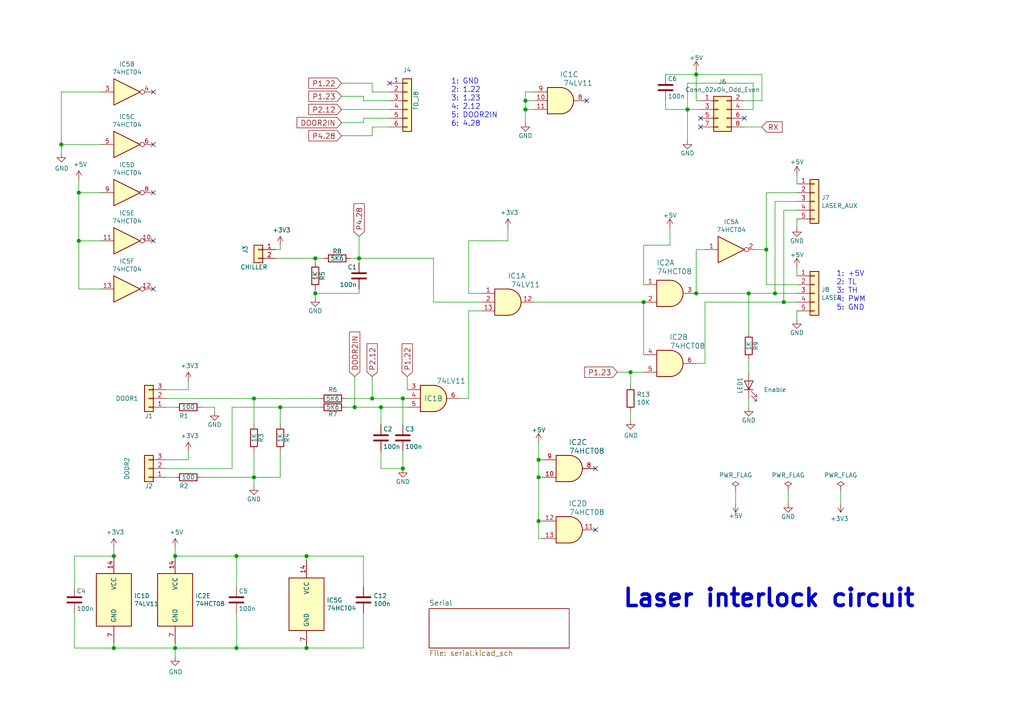
<source format=kicad_sch>
(kicad_sch (version 20210615) (generator eeschema)
  (paper "A4")
  (lib_symbols
    (symbol "74xx:74HCT04" (pin_names (offset 1.016))
      (property "Reference" "U" (at 0 1.27 0))
      (property "Value" "74HCT04" (at 0 -1.27 0))
      (symbol "74HCT04_1_0"
        (polyline (pts (xy -3.81 3.81) (xy -3.81 -3.81) (xy 3.81 0) (xy -3.81 3.81)) (stroke (width 0.254)) (fill (type background)))
        (pin input line (at -7.62 0 0) (length 3.81) (name "~") (number "1"))
        (pin output inverted (at 7.62 0 180) (length 3.81) (name "~") (number "2"))
      )
      (symbol "74HCT04_2_0"
        (polyline (pts (xy -3.81 3.81) (xy -3.81 -3.81) (xy 3.81 0) (xy -3.81 3.81)) (stroke (width 0.254)) (fill (type background)))
        (pin input line (at -7.62 0 0) (length 3.81) (name "~") (number "3"))
        (pin output inverted (at 7.62 0 180) (length 3.81) (name "~") (number "4"))
      )
      (symbol "74HCT04_3_0"
        (polyline (pts (xy -3.81 3.81) (xy -3.81 -3.81) (xy 3.81 0) (xy -3.81 3.81)) (stroke (width 0.254)) (fill (type background)))
        (pin input line (at -7.62 0 0) (length 3.81) (name "~") (number "5"))
        (pin output inverted (at 7.62 0 180) (length 3.81) (name "~") (number "6"))
      )
      (symbol "74HCT04_4_0"
        (polyline (pts (xy -3.81 3.81) (xy -3.81 -3.81) (xy 3.81 0) (xy -3.81 3.81)) (stroke (width 0.254)) (fill (type background)))
        (pin output inverted (at 7.62 0 180) (length 3.81) (name "~") (number "8"))
        (pin input line (at -7.62 0 0) (length 3.81) (name "~") (number "9"))
      )
      (symbol "74HCT04_5_0"
        (polyline (pts (xy -3.81 3.81) (xy -3.81 -3.81) (xy 3.81 0) (xy -3.81 3.81)) (stroke (width 0.254)) (fill (type background)))
        (pin output inverted (at 7.62 0 180) (length 3.81) (name "~") (number "10"))
        (pin input line (at -7.62 0 0) (length 3.81) (name "~") (number "11"))
      )
      (symbol "74HCT04_6_0"
        (polyline (pts (xy -3.81 3.81) (xy -3.81 -3.81) (xy 3.81 0) (xy -3.81 3.81)) (stroke (width 0.254)) (fill (type background)))
        (pin output inverted (at 7.62 0 180) (length 3.81) (name "~") (number "12"))
        (pin input line (at -7.62 0 0) (length 3.81) (name "~") (number "13"))
      )
      (symbol "74HCT04_7_0"
        (pin power_in line (at 0 12.7 270) (length 5.08) (name "VCC") (number "14"))
        (pin power_in line (at 0 -12.7 90) (length 5.08) (name "GND") (number "7"))
      )
      (symbol "74HCT04_7_1"
        (rectangle (start -5.08 7.62) (end 5.08 -7.62) (stroke (width 0.254)) (fill (type background)))
      )
    )
    (symbol "74xx:74LS08" (pin_names (offset 1.016))
      (property "Reference" "U" (at 0 1.27 0))
      (property "Value" "74LS08" (at 0 -1.27 0))
      (symbol "74LS08_1_1"
        (arc (start 0 -3.81) (end 0 3.81) (radius (at 0 0) (length 3.81) (angles -89.9 89.9)) (stroke (width 0.254)) (fill (type background)))
        (polyline (pts (xy 0 3.81) (xy -3.81 3.81) (xy -3.81 -3.81) (xy 0 -3.81)) (stroke (width 0.254)) (fill (type background)))
        (pin input line (at -7.62 2.54 0) (length 3.81) (name "~") (number "1"))
        (pin input line (at -7.62 -2.54 0) (length 3.81) (name "~") (number "2"))
        (pin output line (at 7.62 0 180) (length 3.81) (name "~") (number "3"))
      )
      (symbol "74LS08_1_2"
        (arc (start -3.81 3.81) (end -3.81 -3.81) (radius (at -9.144 0) (length 6.5532) (angles 35.4 -35.4)) (stroke (width 0.254)))
        (arc (start 3.81 0) (end -0.6096 3.81) (radius (at -1.1938 -1.3208) (length 5.1816) (angles 15 83.7)) (stroke (width 0.254)) (fill (type background)))
        (arc (start 3.81 0) (end -0.6096 -3.81) (radius (at -1.1938 1.3208) (length 5.1816) (angles -15 -83.7)) (stroke (width 0.254)) (fill (type background)))
        (polyline (pts (xy -3.81 -3.81) (xy -0.635 -3.81)) (stroke (width 0.254)) (fill (type background)))
        (polyline (pts (xy -3.81 3.81) (xy -0.635 3.81)) (stroke (width 0.254)) (fill (type background)))
        (polyline (pts (xy -0.635 3.81) (xy -3.81 3.81) (xy -3.81 3.81) (xy -3.556 3.4036) (xy -3.0226 2.2606) (xy -2.6924 1.0414) (xy -2.6162 -0.254) (xy -2.7686 -1.4986) (xy -3.175 -2.7178) (xy -3.81 -3.81) (xy -3.81 -3.81) (xy -0.635 -3.81)) (stroke (width -25.4)) (fill (type background)))
        (pin input inverted (at -7.62 2.54 0) (length 4.318) (name "~") (number "1"))
        (pin input inverted (at -7.62 -2.54 0) (length 4.318) (name "~") (number "2"))
        (pin output inverted (at 7.62 0 180) (length 3.81) (name "~") (number "3"))
      )
      (symbol "74LS08_2_1"
        (arc (start 0 -3.81) (end 0 3.81) (radius (at 0 0) (length 3.81) (angles -89.9 89.9)) (stroke (width 0.254)) (fill (type background)))
        (polyline (pts (xy 0 3.81) (xy -3.81 3.81) (xy -3.81 -3.81) (xy 0 -3.81)) (stroke (width 0.254)) (fill (type background)))
        (pin input line (at -7.62 2.54 0) (length 3.81) (name "~") (number "4"))
        (pin input line (at -7.62 -2.54 0) (length 3.81) (name "~") (number "5"))
        (pin output line (at 7.62 0 180) (length 3.81) (name "~") (number "6"))
      )
      (symbol "74LS08_2_2"
        (arc (start -3.81 3.81) (end -3.81 -3.81) (radius (at -9.144 0) (length 6.5532) (angles 35.4 -35.4)) (stroke (width 0.254)))
        (arc (start 3.81 0) (end -0.6096 3.81) (radius (at -1.1938 -1.3208) (length 5.1816) (angles 15 83.7)) (stroke (width 0.254)) (fill (type background)))
        (arc (start 3.81 0) (end -0.6096 -3.81) (radius (at -1.1938 1.3208) (length 5.1816) (angles -15 -83.7)) (stroke (width 0.254)) (fill (type background)))
        (polyline (pts (xy -3.81 -3.81) (xy -0.635 -3.81)) (stroke (width 0.254)) (fill (type background)))
        (polyline (pts (xy -3.81 3.81) (xy -0.635 3.81)) (stroke (width 0.254)) (fill (type background)))
        (polyline (pts (xy -0.635 3.81) (xy -3.81 3.81) (xy -3.81 3.81) (xy -3.556 3.4036) (xy -3.0226 2.2606) (xy -2.6924 1.0414) (xy -2.6162 -0.254) (xy -2.7686 -1.4986) (xy -3.175 -2.7178) (xy -3.81 -3.81) (xy -3.81 -3.81) (xy -0.635 -3.81)) (stroke (width -25.4)) (fill (type background)))
        (pin input inverted (at -7.62 2.54 0) (length 4.318) (name "~") (number "4"))
        (pin input inverted (at -7.62 -2.54 0) (length 4.318) (name "~") (number "5"))
        (pin output inverted (at 7.62 0 180) (length 3.81) (name "~") (number "6"))
      )
      (symbol "74LS08_3_1"
        (arc (start 0 -3.81) (end 0 3.81) (radius (at 0 0) (length 3.81) (angles -89.9 89.9)) (stroke (width 0.254)) (fill (type background)))
        (polyline (pts (xy 0 3.81) (xy -3.81 3.81) (xy -3.81 -3.81) (xy 0 -3.81)) (stroke (width 0.254)) (fill (type background)))
        (pin input line (at -7.62 -2.54 0) (length 3.81) (name "~") (number "10"))
        (pin output line (at 7.62 0 180) (length 3.81) (name "~") (number "8"))
        (pin input line (at -7.62 2.54 0) (length 3.81) (name "~") (number "9"))
      )
      (symbol "74LS08_3_2"
        (arc (start -3.81 3.81) (end -3.81 -3.81) (radius (at -9.144 0) (length 6.5532) (angles 35.4 -35.4)) (stroke (width 0.254)))
        (arc (start 3.81 0) (end -0.6096 3.81) (radius (at -1.1938 -1.3208) (length 5.1816) (angles 15 83.7)) (stroke (width 0.254)) (fill (type background)))
        (arc (start 3.81 0) (end -0.6096 -3.81) (radius (at -1.1938 1.3208) (length 5.1816) (angles -15 -83.7)) (stroke (width 0.254)) (fill (type background)))
        (polyline (pts (xy -3.81 -3.81) (xy -0.635 -3.81)) (stroke (width 0.254)) (fill (type background)))
        (polyline (pts (xy -3.81 3.81) (xy -0.635 3.81)) (stroke (width 0.254)) (fill (type background)))
        (polyline (pts (xy -0.635 3.81) (xy -3.81 3.81) (xy -3.81 3.81) (xy -3.556 3.4036) (xy -3.0226 2.2606) (xy -2.6924 1.0414) (xy -2.6162 -0.254) (xy -2.7686 -1.4986) (xy -3.175 -2.7178) (xy -3.81 -3.81) (xy -3.81 -3.81) (xy -0.635 -3.81)) (stroke (width -25.4)) (fill (type background)))
        (pin input inverted (at -7.62 -2.54 0) (length 4.318) (name "~") (number "10"))
        (pin output inverted (at 7.62 0 180) (length 3.81) (name "~") (number "8"))
        (pin input inverted (at -7.62 2.54 0) (length 4.318) (name "~") (number "9"))
      )
      (symbol "74LS08_4_1"
        (arc (start 0 -3.81) (end 0 3.81) (radius (at 0 0) (length 3.81) (angles -89.9 89.9)) (stroke (width 0.254)) (fill (type background)))
        (polyline (pts (xy 0 3.81) (xy -3.81 3.81) (xy -3.81 -3.81) (xy 0 -3.81)) (stroke (width 0.254)) (fill (type background)))
        (pin output line (at 7.62 0 180) (length 3.81) (name "~") (number "11"))
        (pin input line (at -7.62 2.54 0) (length 3.81) (name "~") (number "12"))
        (pin input line (at -7.62 -2.54 0) (length 3.81) (name "~") (number "13"))
      )
      (symbol "74LS08_4_2"
        (arc (start -3.81 3.81) (end -3.81 -3.81) (radius (at -9.144 0) (length 6.5532) (angles 35.4 -35.4)) (stroke (width 0.254)))
        (arc (start 3.81 0) (end -0.6096 3.81) (radius (at -1.1938 -1.3208) (length 5.1816) (angles 15 83.7)) (stroke (width 0.254)) (fill (type background)))
        (arc (start 3.81 0) (end -0.6096 -3.81) (radius (at -1.1938 1.3208) (length 5.1816) (angles -15 -83.7)) (stroke (width 0.254)) (fill (type background)))
        (polyline (pts (xy -3.81 -3.81) (xy -0.635 -3.81)) (stroke (width 0.254)) (fill (type background)))
        (polyline (pts (xy -3.81 3.81) (xy -0.635 3.81)) (stroke (width 0.254)) (fill (type background)))
        (polyline (pts (xy -0.635 3.81) (xy -3.81 3.81) (xy -3.81 3.81) (xy -3.556 3.4036) (xy -3.0226 2.2606) (xy -2.6924 1.0414) (xy -2.6162 -0.254) (xy -2.7686 -1.4986) (xy -3.175 -2.7178) (xy -3.81 -3.81) (xy -3.81 -3.81) (xy -0.635 -3.81)) (stroke (width -25.4)) (fill (type background)))
        (pin output inverted (at 7.62 0 180) (length 3.81) (name "~") (number "11"))
        (pin input inverted (at -7.62 2.54 0) (length 4.318) (name "~") (number "12"))
        (pin input inverted (at -7.62 -2.54 0) (length 4.318) (name "~") (number "13"))
      )
      (symbol "74LS08_5_0"
        (pin power_in line (at 0 12.7 270) (length 5.08) (name "VCC") (number "14"))
        (pin power_in line (at 0 -12.7 90) (length 5.08) (name "GND") (number "7"))
      )
      (symbol "74LS08_5_1"
        (rectangle (start -5.08 7.62) (end 5.08 -7.62) (stroke (width 0.254)) (fill (type background)))
      )
    )
    (symbol "74xx:74LS11" (pin_names (offset 1.016))
      (property "Reference" "U" (at 0 1.27 0))
      (property "Value" "74LS11" (at 0 -1.27 0))
      (symbol "74LS11_1_1"
        (arc (start 0 -3.81) (end 0 3.81) (radius (at 0 0) (length 3.81) (angles -89.9 89.9)) (stroke (width 0.254)) (fill (type background)))
        (polyline (pts (xy 0 3.81) (xy -3.81 3.81) (xy -3.81 -3.81) (xy 0 -3.81)) (stroke (width 0.254)) (fill (type background)))
        (pin input line (at -7.62 2.54 0) (length 3.81) (name "~") (number "1"))
        (pin output line (at 7.62 0 180) (length 3.81) (name "~") (number "12"))
        (pin input line (at -7.62 -2.54 0) (length 3.81) (name "~") (number "13"))
        (pin input line (at -7.62 0 0) (length 3.81) (name "~") (number "2"))
      )
      (symbol "74LS11_1_2"
        (arc (start -3.81 3.81) (end -3.81 -3.81) (radius (at -9.144 0) (length 6.5532) (angles 35.4 -35.4)) (stroke (width 0.254)))
        (arc (start 3.81 0) (end -0.6096 3.81) (radius (at -1.1938 -1.3208) (length 5.1816) (angles 15 83.7)) (stroke (width 0.254)) (fill (type background)))
        (arc (start 3.81 0) (end -0.6096 -3.81) (radius (at -1.1938 1.3208) (length 5.1816) (angles -15 -83.7)) (stroke (width 0.254)) (fill (type background)))
        (polyline (pts (xy -3.81 -3.81) (xy -0.635 -3.81)) (stroke (width 0.254)) (fill (type background)))
        (polyline (pts (xy -3.81 3.81) (xy -0.635 3.81)) (stroke (width 0.254)) (fill (type background)))
        (polyline (pts (xy -0.635 3.81) (xy -3.81 3.81) (xy -3.81 3.81) (xy -3.556 3.4036) (xy -3.0226 2.2606) (xy -2.6924 1.0414) (xy -2.6162 -0.254) (xy -2.7686 -1.4986) (xy -3.175 -2.7178) (xy -3.81 -3.81) (xy -3.81 -3.81) (xy -0.635 -3.81)) (stroke (width -25.4)) (fill (type background)))
        (pin input inverted (at -7.62 2.54 0) (length 4.318) (name "~") (number "1"))
        (pin output inverted (at 7.62 0 180) (length 3.81) (name "~") (number "12"))
        (pin input inverted (at -7.62 -2.54 0) (length 4.318) (name "~") (number "13"))
        (pin input inverted (at -7.62 0 0) (length 4.953) (name "~") (number "2"))
      )
      (symbol "74LS11_2_1"
        (arc (start 0 -3.81) (end 0 3.81) (radius (at 0 0) (length 3.81) (angles -89.9 89.9)) (stroke (width 0.254)) (fill (type background)))
        (polyline (pts (xy 0 3.81) (xy -3.81 3.81) (xy -3.81 -3.81) (xy 0 -3.81)) (stroke (width 0.254)) (fill (type background)))
        (pin input line (at -7.62 2.54 0) (length 3.81) (name "~") (number "3"))
        (pin input line (at -7.62 0 0) (length 3.81) (name "~") (number "4"))
        (pin input line (at -7.62 -2.54 0) (length 3.81) (name "~") (number "5"))
        (pin output line (at 7.62 0 180) (length 3.81) (name "~") (number "6"))
      )
      (symbol "74LS11_2_2"
        (arc (start -3.81 3.81) (end -3.81 -3.81) (radius (at -9.144 0) (length 6.5532) (angles 35.4 -35.4)) (stroke (width 0.254)))
        (arc (start 3.81 0) (end -0.6096 3.81) (radius (at -1.1938 -1.3208) (length 5.1816) (angles 15 83.7)) (stroke (width 0.254)) (fill (type background)))
        (arc (start 3.81 0) (end -0.6096 -3.81) (radius (at -1.1938 1.3208) (length 5.1816) (angles -15 -83.7)) (stroke (width 0.254)) (fill (type background)))
        (polyline (pts (xy -3.81 -3.81) (xy -0.635 -3.81)) (stroke (width 0.254)) (fill (type background)))
        (polyline (pts (xy -3.81 3.81) (xy -0.635 3.81)) (stroke (width 0.254)) (fill (type background)))
        (polyline (pts (xy -0.635 3.81) (xy -3.81 3.81) (xy -3.81 3.81) (xy -3.556 3.4036) (xy -3.0226 2.2606) (xy -2.6924 1.0414) (xy -2.6162 -0.254) (xy -2.7686 -1.4986) (xy -3.175 -2.7178) (xy -3.81 -3.81) (xy -3.81 -3.81) (xy -0.635 -3.81)) (stroke (width -25.4)) (fill (type background)))
        (pin input inverted (at -7.62 2.54 0) (length 4.318) (name "~") (number "3"))
        (pin input inverted (at -7.62 0 0) (length 4.953) (name "~") (number "4"))
        (pin input inverted (at -7.62 -2.54 0) (length 4.318) (name "~") (number "5"))
        (pin output inverted (at 7.62 0 180) (length 3.81) (name "~") (number "6"))
      )
      (symbol "74LS11_3_1"
        (arc (start 0 -3.81) (end 0 3.81) (radius (at 0 0) (length 3.81) (angles -89.9 89.9)) (stroke (width 0.254)) (fill (type background)))
        (polyline (pts (xy 0 3.81) (xy -3.81 3.81) (xy -3.81 -3.81) (xy 0 -3.81)) (stroke (width 0.254)) (fill (type background)))
        (pin input line (at -7.62 0 0) (length 3.81) (name "~") (number "10"))
        (pin input line (at -7.62 -2.54 0) (length 3.81) (name "~") (number "11"))
        (pin output line (at 7.62 0 180) (length 3.81) (name "~") (number "8"))
        (pin input line (at -7.62 2.54 0) (length 3.81) (name "~") (number "9"))
      )
      (symbol "74LS11_3_2"
        (arc (start -3.81 3.81) (end -3.81 -3.81) (radius (at -9.144 0) (length 6.5532) (angles 35.4 -35.4)) (stroke (width 0.254)))
        (arc (start 3.81 0) (end -0.6096 3.81) (radius (at -1.1938 -1.3208) (length 5.1816) (angles 15 83.7)) (stroke (width 0.254)) (fill (type background)))
        (arc (start 3.81 0) (end -0.6096 -3.81) (radius (at -1.1938 1.3208) (length 5.1816) (angles -15 -83.7)) (stroke (width 0.254)) (fill (type background)))
        (polyline (pts (xy -3.81 -3.81) (xy -0.635 -3.81)) (stroke (width 0.254)) (fill (type background)))
        (polyline (pts (xy -3.81 3.81) (xy -0.635 3.81)) (stroke (width 0.254)) (fill (type background)))
        (polyline (pts (xy -0.635 3.81) (xy -3.81 3.81) (xy -3.81 3.81) (xy -3.556 3.4036) (xy -3.0226 2.2606) (xy -2.6924 1.0414) (xy -2.6162 -0.254) (xy -2.7686 -1.4986) (xy -3.175 -2.7178) (xy -3.81 -3.81) (xy -3.81 -3.81) (xy -0.635 -3.81)) (stroke (width -25.4)) (fill (type background)))
        (pin input inverted (at -7.62 0 0) (length 4.953) (name "~") (number "10"))
        (pin input inverted (at -7.62 -2.54 0) (length 4.318) (name "~") (number "11"))
        (pin output inverted (at 7.62 0 180) (length 3.81) (name "~") (number "8"))
        (pin input inverted (at -7.62 2.54 0) (length 4.318) (name "~") (number "9"))
      )
      (symbol "74LS11_4_0"
        (pin power_in line (at 0 12.7 270) (length 5.08) (name "VCC") (number "14"))
        (pin power_in line (at 0 -12.7 90) (length 5.08) (name "GND") (number "7"))
      )
      (symbol "74LS11_4_1"
        (rectangle (start -5.08 7.62) (end 5.08 -7.62) (stroke (width 0.254)) (fill (type background)))
      )
    )
    (symbol "Connector_Generic:Conn_01x02" (pin_names (offset 1.016) hide)
      (property "Reference" "J" (at 0 2.54 0))
      (property "Value" "Conn_01x02" (at 0 -5.08 0))
      (symbol "Conn_01x02_1_1"
        (rectangle (start -1.27 -2.413) (end 0 -2.667) (stroke (width 0.1524)))
        (rectangle (start -1.27 0.127) (end 0 -0.127) (stroke (width 0.1524)))
        (rectangle (start -1.27 1.27) (end 1.27 -3.81) (stroke (width 0.254)) (fill (type background)))
        (pin passive line (at -5.08 0 0) (length 3.81) (name "Pin_1") (number "1"))
        (pin passive line (at -5.08 -2.54 0) (length 3.81) (name "Pin_2") (number "2"))
      )
    )
    (symbol "Connector_Generic:Conn_01x03" (pin_names (offset 1.016) hide)
      (property "Reference" "J" (at 0 5.08 0))
      (property "Value" "Conn_01x03" (at 0 -5.08 0))
      (symbol "Conn_01x03_1_1"
        (rectangle (start -1.27 -2.413) (end 0 -2.667) (stroke (width 0.1524)))
        (rectangle (start -1.27 0.127) (end 0 -0.127) (stroke (width 0.1524)))
        (rectangle (start -1.27 2.667) (end 0 2.413) (stroke (width 0.1524)))
        (rectangle (start -1.27 3.81) (end 1.27 -3.81) (stroke (width 0.254)) (fill (type background)))
        (pin passive line (at -5.08 2.54 0) (length 3.81) (name "Pin_1") (number "1"))
        (pin passive line (at -5.08 0 0) (length 3.81) (name "Pin_2") (number "2"))
        (pin passive line (at -5.08 -2.54 0) (length 3.81) (name "Pin_3") (number "3"))
      )
    )
    (symbol "Connector_Generic:Conn_01x05" (pin_names (offset 1.016) hide)
      (property "Reference" "J" (at 0 7.62 0))
      (property "Value" "Conn_01x05" (at 0 -7.62 0))
      (symbol "Conn_01x05_1_1"
        (rectangle (start -1.27 -4.953) (end 0 -5.207) (stroke (width 0.1524)))
        (rectangle (start -1.27 -2.413) (end 0 -2.667) (stroke (width 0.1524)))
        (rectangle (start -1.27 0.127) (end 0 -0.127) (stroke (width 0.1524)))
        (rectangle (start -1.27 2.667) (end 0 2.413) (stroke (width 0.1524)))
        (rectangle (start -1.27 5.207) (end 0 4.953) (stroke (width 0.1524)))
        (rectangle (start -1.27 6.35) (end 1.27 -6.35) (stroke (width 0.254)) (fill (type background)))
        (pin passive line (at -5.08 5.08 0) (length 3.81) (name "Pin_1") (number "1"))
        (pin passive line (at -5.08 2.54 0) (length 3.81) (name "Pin_2") (number "2"))
        (pin passive line (at -5.08 0 0) (length 3.81) (name "Pin_3") (number "3"))
        (pin passive line (at -5.08 -2.54 0) (length 3.81) (name "Pin_4") (number "4"))
        (pin passive line (at -5.08 -5.08 0) (length 3.81) (name "Pin_5") (number "5"))
      )
    )
    (symbol "Connector_Generic:Conn_01x06" (pin_names (offset 1.016) hide)
      (property "Reference" "J" (at 0 7.62 0))
      (property "Value" "Conn_01x06" (at 0 -10.16 0))
      (symbol "Conn_01x06_1_1"
        (rectangle (start -1.27 -7.493) (end 0 -7.747) (stroke (width 0.1524)))
        (rectangle (start -1.27 -4.953) (end 0 -5.207) (stroke (width 0.1524)))
        (rectangle (start -1.27 -2.413) (end 0 -2.667) (stroke (width 0.1524)))
        (rectangle (start -1.27 0.127) (end 0 -0.127) (stroke (width 0.1524)))
        (rectangle (start -1.27 2.667) (end 0 2.413) (stroke (width 0.1524)))
        (rectangle (start -1.27 5.207) (end 0 4.953) (stroke (width 0.1524)))
        (rectangle (start -1.27 6.35) (end 1.27 -8.89) (stroke (width 0.254)) (fill (type background)))
        (pin passive line (at -5.08 5.08 0) (length 3.81) (name "Pin_1") (number "1"))
        (pin passive line (at -5.08 2.54 0) (length 3.81) (name "Pin_2") (number "2"))
        (pin passive line (at -5.08 0 0) (length 3.81) (name "Pin_3") (number "3"))
        (pin passive line (at -5.08 -2.54 0) (length 3.81) (name "Pin_4") (number "4"))
        (pin passive line (at -5.08 -5.08 0) (length 3.81) (name "Pin_5") (number "5"))
        (pin passive line (at -5.08 -7.62 0) (length 3.81) (name "Pin_6") (number "6"))
      )
    )
    (symbol "Connector_Generic:Conn_02x04_Odd_Even" (pin_names (offset 1.016) hide)
      (property "Reference" "J" (at 1.27 5.08 0))
      (property "Value" "Conn_02x04_Odd_Even" (at 1.27 -7.62 0))
      (symbol "Conn_02x04_Odd_Even_1_1"
        (rectangle (start -1.27 -4.953) (end 0 -5.207) (stroke (width 0.1524)))
        (rectangle (start -1.27 -2.413) (end 0 -2.667) (stroke (width 0.1524)))
        (rectangle (start -1.27 0.127) (end 0 -0.127) (stroke (width 0.1524)))
        (rectangle (start -1.27 2.667) (end 0 2.413) (stroke (width 0.1524)))
        (rectangle (start 3.81 -4.953) (end 2.54 -5.207) (stroke (width 0.1524)))
        (rectangle (start 3.81 -2.413) (end 2.54 -2.667) (stroke (width 0.1524)))
        (rectangle (start 3.81 0.127) (end 2.54 -0.127) (stroke (width 0.1524)))
        (rectangle (start 3.81 2.667) (end 2.54 2.413) (stroke (width 0.1524)))
        (rectangle (start -1.27 3.81) (end 3.81 -6.35) (stroke (width 0.254)) (fill (type background)))
        (pin passive line (at -5.08 2.54 0) (length 3.81) (name "Pin_1") (number "1"))
        (pin passive line (at 7.62 2.54 180) (length 3.81) (name "Pin_2") (number "2"))
        (pin passive line (at -5.08 0 0) (length 3.81) (name "Pin_3") (number "3"))
        (pin passive line (at 7.62 0 180) (length 3.81) (name "Pin_4") (number "4"))
        (pin passive line (at -5.08 -2.54 0) (length 3.81) (name "Pin_5") (number "5"))
        (pin passive line (at 7.62 -2.54 180) (length 3.81) (name "Pin_6") (number "6"))
        (pin passive line (at -5.08 -5.08 0) (length 3.81) (name "Pin_7") (number "7"))
        (pin passive line (at 7.62 -5.08 180) (length 3.81) (name "Pin_8") (number "8"))
      )
    )
    (symbol "Device:C" (pin_numbers hide) (pin_names (offset 0.254))
      (property "Reference" "C" (at 0.635 2.54 0))
      (property "Value" "C" (at 0.635 -2.54 0))
      (symbol "C_0_1"
        (polyline (pts (xy -2.032 -0.762) (xy 2.032 -0.762)) (stroke (width 0.508)))
        (polyline (pts (xy -2.032 0.762) (xy 2.032 0.762)) (stroke (width 0.508)))
      )
      (symbol "C_1_1"
        (pin passive line (at 0 3.81 270) (length 2.794) (name "~") (number "1"))
        (pin passive line (at 0 -3.81 90) (length 2.794) (name "~") (number "2"))
      )
    )
    (symbol "Device:LED" (pin_numbers hide) (pin_names (offset 1.016) hide)
      (property "Reference" "D" (at 0 2.54 0))
      (property "Value" "LED" (at 0 -2.54 0))
      (symbol "LED_0_1"
        (polyline (pts (xy -1.27 -1.27) (xy -1.27 1.27)) (stroke (width 0.2032)))
        (polyline (pts (xy -1.27 0) (xy 1.27 0)))
        (polyline (pts (xy 1.27 -1.27) (xy 1.27 1.27) (xy -1.27 0) (xy 1.27 -1.27)) (stroke (width 0.2032)))
        (polyline (pts (xy -3.048 -0.762) (xy -4.572 -2.286) (xy -3.81 -2.286) (xy -4.572 -2.286) (xy -4.572 -1.524)))
        (polyline (pts (xy -1.778 -0.762) (xy -3.302 -2.286) (xy -2.54 -2.286) (xy -3.302 -2.286) (xy -3.302 -1.524)))
      )
      (symbol "LED_1_1"
        (pin passive line (at -3.81 0 0) (length 2.54) (name "K") (number "1"))
        (pin passive line (at 3.81 0 180) (length 2.54) (name "A") (number "2"))
      )
    )
    (symbol "Device:R" (pin_numbers hide) (pin_names (offset 0))
      (property "Reference" "R" (at 2.032 0 90))
      (property "Value" "R" (at 0 0 90))
      (symbol "R_0_1"
        (rectangle (start -1.016 -2.54) (end 1.016 2.54) (stroke (width 0.254)))
      )
      (symbol "R_1_1"
        (pin passive line (at 0 3.81 270) (length 1.27) (name "~") (number "1"))
        (pin passive line (at 0 -3.81 90) (length 1.27) (name "~") (number "2"))
      )
    )
    (symbol "power:+3.3V" (power) (pin_names (offset 0))
      (property "Value" "+3.3V" (at 0 3.556 0))
      (symbol "+3.3V_0_1"
        (polyline (pts (xy -0.762 1.27) (xy 0 2.54)))
        (polyline (pts (xy 0 0) (xy 0 2.54)))
        (polyline (pts (xy 0 2.54) (xy 0.762 1.27)))
      )
      (symbol "+3.3V_1_1"
        (pin power_in line (at 0 0 90) (length 0) hide (name "+3V3") (number "1"))
      )
    )
    (symbol "power:+3V3" (power) (pin_names (offset 0))
      (property "Value" "+3V3" (at 0 3.556 0))
      (symbol "+3V3_0_1"
        (polyline (pts (xy -0.762 1.27) (xy 0 2.54)))
        (polyline (pts (xy 0 0) (xy 0 2.54)))
        (polyline (pts (xy 0 2.54) (xy 0.762 1.27)))
      )
      (symbol "+3V3_1_1"
        (pin power_in line (at 0 0 90) (length 0) hide (name "+3V3") (number "1"))
      )
    )
    (symbol "power:+5V" (power) (pin_names (offset 0))
      (property "Value" "+5V" (at 0 3.556 0))
      (symbol "+5V_0_1"
        (polyline (pts (xy -0.762 1.27) (xy 0 2.54)))
        (polyline (pts (xy 0 0) (xy 0 2.54)))
        (polyline (pts (xy 0 2.54) (xy 0.762 1.27)))
      )
      (symbol "+5V_1_1"
        (pin power_in line (at 0 0 90) (length 0) hide (name "+5V") (number "1"))
      )
    )
    (symbol "power:GND" (power) (pin_names (offset 0))
      (property "Value" "GND" (at 0 -3.81 0))
      (symbol "GND_0_1"
        (polyline (pts (xy 0 0) (xy 0 -1.27) (xy 1.27 -1.27) (xy 0 -2.54) (xy -1.27 -1.27) (xy 0 -1.27)))
      )
      (symbol "GND_1_1"
        (pin power_in line (at 0 0 270) (length 0) hide (name "GND") (number "1"))
      )
    )
    (symbol "power:PWR_FLAG" (power) (pin_numbers hide) (pin_names (offset 0) hide)
      (property "Value" "PWR_FLAG" (at 0 3.81 0))
      (symbol "PWR_FLAG_0_0"
        (pin power_out line (at 0 0 90) (length 0) (name "pwr") (number "1"))
      )
      (symbol "PWR_FLAG_0_1"
        (polyline (pts (xy 0 0) (xy 0 1.27) (xy -1.016 1.905) (xy 0 2.54) (xy 1.016 1.905) (xy 0 1.27)))
      )
    )
  )
  (junction (at 17.78 41.91) (diameter 1.016))
  (junction (at 22.86 55.88) (diameter 1.016))
  (junction (at 22.86 69.85) (diameter 1.016))
  (junction (at 33.02 161.29) (diameter 1.016))
  (junction (at 33.02 187.96) (diameter 1.016))
  (junction (at 50.8 161.29) (diameter 1.016))
  (junction (at 50.8 187.96) (diameter 1.016))
  (junction (at 68.58 161.29) (diameter 1.016))
  (junction (at 68.58 187.96) (diameter 1.016))
  (junction (at 73.66 115.57) (diameter 1.016))
  (junction (at 73.66 138.43) (diameter 1.016))
  (junction (at 81.28 118.11) (diameter 1.016))
  (junction (at 88.9 161.29) (diameter 1.016))
  (junction (at 88.9 187.96) (diameter 1.016))
  (junction (at 91.44 74.93) (diameter 1.016))
  (junction (at 91.44 85.09) (diameter 1.016))
  (junction (at 102.87 118.11) (diameter 1.016))
  (junction (at 104.14 74.93) (diameter 1.016))
  (junction (at 107.95 115.57) (diameter 1.016))
  (junction (at 110.49 118.11) (diameter 1.016))
  (junction (at 116.84 115.57) (diameter 1.016))
  (junction (at 116.84 135.89) (diameter 1.016))
  (junction (at 152.4 29.21) (diameter 1.016))
  (junction (at 152.4 31.75) (diameter 1.016))
  (junction (at 156.21 133.35) (diameter 1.016))
  (junction (at 156.21 138.43) (diameter 1.016))
  (junction (at 156.21 151.13) (diameter 1.016))
  (junction (at 182.88 107.95) (diameter 1.016))
  (junction (at 186.69 87.63) (diameter 1.016))
  (junction (at 199.39 31.75) (diameter 1.016))
  (junction (at 201.93 21.59) (diameter 1.016))
  (junction (at 201.93 85.09) (diameter 1.016))
  (junction (at 217.17 85.09) (diameter 1.016))
  (junction (at 222.25 72.39) (diameter 1.016))
  (junction (at 224.79 85.09) (diameter 1.016))
  (junction (at 227.33 87.63) (diameter 1.016))
  (no_connect (at 44.45 26.67))
  (no_connect (at 44.45 41.91))
  (no_connect (at 44.45 55.88))
  (no_connect (at 44.45 69.85))
  (no_connect (at 44.45 83.82))
  (no_connect (at 113.03 24.13))
  (no_connect (at 170.18 29.21))
  (no_connect (at 172.72 135.89))
  (no_connect (at 172.72 153.67))
  (no_connect (at 203.2 34.29))
  (no_connect (at 203.2 36.83))
  (no_connect (at 215.9 34.29))
  (wire (pts (xy 17.78 26.67) (xy 29.21 26.67)))
  (wire (pts (xy 17.78 41.91) (xy 17.78 26.67)))
  (wire (pts (xy 17.78 44.45) (xy 17.78 41.91)))
  (wire (pts (xy 21.59 161.29) (xy 33.02 161.29)))
  (wire (pts (xy 21.59 170.18) (xy 21.59 161.29)))
  (wire (pts (xy 21.59 177.8) (xy 21.59 187.96)))
  (wire (pts (xy 21.59 187.96) (xy 33.02 187.96)))
  (wire (pts (xy 22.86 52.07) (xy 22.86 55.88)))
  (wire (pts (xy 22.86 55.88) (xy 22.86 69.85)))
  (wire (pts (xy 22.86 69.85) (xy 22.86 83.82)))
  (wire (pts (xy 22.86 83.82) (xy 29.21 83.82)))
  (wire (pts (xy 29.21 41.91) (xy 17.78 41.91)))
  (wire (pts (xy 29.21 55.88) (xy 22.86 55.88)))
  (wire (pts (xy 29.21 69.85) (xy 22.86 69.85)))
  (wire (pts (xy 33.02 158.75) (xy 33.02 161.29)))
  (wire (pts (xy 33.02 186.69) (xy 33.02 187.96)))
  (wire (pts (xy 33.02 187.96) (xy 50.8 187.96)))
  (wire (pts (xy 48.26 113.03) (xy 54.61 113.03)))
  (wire (pts (xy 48.26 115.57) (xy 73.66 115.57)))
  (wire (pts (xy 48.26 118.11) (xy 50.8 118.11)))
  (wire (pts (xy 48.26 135.89) (xy 67.31 135.89)))
  (wire (pts (xy 48.26 138.43) (xy 50.8 138.43)))
  (wire (pts (xy 50.8 158.75) (xy 50.8 161.29)))
  (wire (pts (xy 50.8 161.29) (xy 68.58 161.29)))
  (wire (pts (xy 50.8 186.69) (xy 50.8 187.96)))
  (wire (pts (xy 50.8 187.96) (xy 50.8 190.5)))
  (wire (pts (xy 50.8 187.96) (xy 68.58 187.96)))
  (wire (pts (xy 54.61 113.03) (xy 54.61 110.49)))
  (wire (pts (xy 54.61 130.81) (xy 54.61 133.35)))
  (wire (pts (xy 54.61 133.35) (xy 48.26 133.35)))
  (wire (pts (xy 58.42 118.11) (xy 62.23 118.11)))
  (wire (pts (xy 58.42 138.43) (xy 73.66 138.43)))
  (wire (pts (xy 62.23 118.11) (xy 62.23 119.38)))
  (wire (pts (xy 67.31 118.11) (xy 81.28 118.11)))
  (wire (pts (xy 67.31 135.89) (xy 67.31 118.11)))
  (wire (pts (xy 68.58 161.29) (xy 68.58 170.18)))
  (wire (pts (xy 68.58 161.29) (xy 88.9 161.29)))
  (wire (pts (xy 68.58 187.96) (xy 68.58 177.8)))
  (wire (pts (xy 73.66 115.57) (xy 92.71 115.57)))
  (wire (pts (xy 73.66 123.19) (xy 73.66 115.57)))
  (wire (pts (xy 73.66 130.81) (xy 73.66 138.43)))
  (wire (pts (xy 73.66 138.43) (xy 73.66 140.97)))
  (wire (pts (xy 73.66 138.43) (xy 81.28 138.43)))
  (wire (pts (xy 80.01 74.93) (xy 91.44 74.93)))
  (wire (pts (xy 81.28 71.12) (xy 81.28 72.39)))
  (wire (pts (xy 81.28 72.39) (xy 80.01 72.39)))
  (wire (pts (xy 81.28 118.11) (xy 81.28 123.19)))
  (wire (pts (xy 81.28 118.11) (xy 92.71 118.11)))
  (wire (pts (xy 81.28 138.43) (xy 81.28 130.81)))
  (wire (pts (xy 88.9 161.29) (xy 88.9 162.56)))
  (wire (pts (xy 88.9 161.29) (xy 105.41 161.29)))
  (wire (pts (xy 88.9 187.96) (xy 68.58 187.96)))
  (wire (pts (xy 91.44 74.93) (xy 91.44 76.2)))
  (wire (pts (xy 91.44 74.93) (xy 93.98 74.93)))
  (wire (pts (xy 91.44 83.82) (xy 91.44 85.09)))
  (wire (pts (xy 91.44 85.09) (xy 91.44 86.36)))
  (wire (pts (xy 91.44 85.09) (xy 104.14 85.09)))
  (wire (pts (xy 99.06 24.13) (xy 107.95 24.13)))
  (wire (pts (xy 99.06 31.75) (xy 113.03 31.75)))
  (wire (pts (xy 100.33 115.57) (xy 107.95 115.57)))
  (wire (pts (xy 100.33 118.11) (xy 102.87 118.11)))
  (wire (pts (xy 101.6 74.93) (xy 104.14 74.93)))
  (wire (pts (xy 102.87 109.22) (xy 102.87 118.11)))
  (wire (pts (xy 102.87 118.11) (xy 110.49 118.11)))
  (wire (pts (xy 104.14 68.58) (xy 104.14 74.93)))
  (wire (pts (xy 104.14 74.93) (xy 104.14 76.2)))
  (wire (pts (xy 104.14 74.93) (xy 125.73 74.93)))
  (wire (pts (xy 104.14 85.09) (xy 104.14 83.82)))
  (wire (pts (xy 105.41 27.94) (xy 99.06 27.94)))
  (wire (pts (xy 105.41 29.21) (xy 105.41 27.94)))
  (wire (pts (xy 105.41 34.29) (xy 105.41 35.56)))
  (wire (pts (xy 105.41 35.56) (xy 99.06 35.56)))
  (wire (pts (xy 105.41 161.29) (xy 105.41 170.18)))
  (wire (pts (xy 105.41 177.8) (xy 105.41 187.96)))
  (wire (pts (xy 105.41 187.96) (xy 88.9 187.96)))
  (wire (pts (xy 107.95 24.13) (xy 107.95 26.67)))
  (wire (pts (xy 107.95 26.67) (xy 113.03 26.67)))
  (wire (pts (xy 107.95 36.83) (xy 107.95 39.37)))
  (wire (pts (xy 107.95 39.37) (xy 99.06 39.37)))
  (wire (pts (xy 107.95 109.22) (xy 107.95 115.57)))
  (wire (pts (xy 107.95 115.57) (xy 116.84 115.57)))
  (wire (pts (xy 110.49 118.11) (xy 118.11 118.11)))
  (wire (pts (xy 110.49 123.19) (xy 110.49 118.11)))
  (wire (pts (xy 110.49 130.81) (xy 110.49 135.89)))
  (wire (pts (xy 113.03 29.21) (xy 105.41 29.21)))
  (wire (pts (xy 113.03 34.29) (xy 105.41 34.29)))
  (wire (pts (xy 113.03 36.83) (xy 107.95 36.83)))
  (wire (pts (xy 116.84 115.57) (xy 118.11 115.57)))
  (wire (pts (xy 116.84 123.19) (xy 116.84 115.57)))
  (wire (pts (xy 116.84 130.81) (xy 116.84 135.89)))
  (wire (pts (xy 116.84 135.89) (xy 110.49 135.89)))
  (wire (pts (xy 118.11 113.03) (xy 118.11 109.22)))
  (wire (pts (xy 125.73 74.93) (xy 125.73 87.63)))
  (wire (pts (xy 125.73 87.63) (xy 139.7 87.63)))
  (wire (pts (xy 135.89 69.85) (xy 135.89 85.09)))
  (wire (pts (xy 135.89 69.85) (xy 147.32 69.85)))
  (wire (pts (xy 135.89 85.09) (xy 139.7 85.09)))
  (wire (pts (xy 135.89 90.17) (xy 135.89 115.57)))
  (wire (pts (xy 135.89 90.17) (xy 139.7 90.17)))
  (wire (pts (xy 135.89 115.57) (xy 133.35 115.57)))
  (wire (pts (xy 147.32 66.04) (xy 147.32 69.85)))
  (wire (pts (xy 152.4 26.67) (xy 154.94 26.67)))
  (wire (pts (xy 152.4 29.21) (xy 152.4 26.67)))
  (wire (pts (xy 152.4 31.75) (xy 152.4 29.21)))
  (wire (pts (xy 152.4 31.75) (xy 154.94 31.75)))
  (wire (pts (xy 152.4 35.56) (xy 152.4 31.75)))
  (wire (pts (xy 154.94 29.21) (xy 152.4 29.21)))
  (wire (pts (xy 154.94 87.63) (xy 186.69 87.63)))
  (wire (pts (xy 156.21 128.27) (xy 156.21 133.35)))
  (wire (pts (xy 156.21 133.35) (xy 156.21 138.43)))
  (wire (pts (xy 156.21 138.43) (xy 156.21 151.13)))
  (wire (pts (xy 156.21 138.43) (xy 157.48 138.43)))
  (wire (pts (xy 156.21 151.13) (xy 156.21 156.21)))
  (wire (pts (xy 156.21 156.21) (xy 157.48 156.21)))
  (wire (pts (xy 157.48 133.35) (xy 156.21 133.35)))
  (wire (pts (xy 157.48 151.13) (xy 156.21 151.13)))
  (wire (pts (xy 179.07 107.95) (xy 182.88 107.95)))
  (wire (pts (xy 182.88 107.95) (xy 182.88 111.76)))
  (wire (pts (xy 182.88 107.95) (xy 186.69 107.95)))
  (wire (pts (xy 182.88 121.92) (xy 182.88 119.38)))
  (wire (pts (xy 186.69 71.12) (xy 186.69 82.55)))
  (wire (pts (xy 186.69 71.12) (xy 194.31 71.12)))
  (wire (pts (xy 186.69 87.63) (xy 186.69 102.87)))
  (wire (pts (xy 193.04 21.59) (xy 201.93 21.59)))
  (wire (pts (xy 193.04 29.21) (xy 193.04 31.75)))
  (wire (pts (xy 193.04 31.75) (xy 199.39 31.75)))
  (wire (pts (xy 194.31 66.04) (xy 194.31 71.12)))
  (wire (pts (xy 199.39 24.13) (xy 199.39 31.75)))
  (wire (pts (xy 199.39 24.13) (xy 218.44 24.13)))
  (wire (pts (xy 199.39 31.75) (xy 199.39 40.64)))
  (wire (pts (xy 199.39 31.75) (xy 203.2 31.75)))
  (wire (pts (xy 201.93 20.32) (xy 201.93 21.59)))
  (wire (pts (xy 201.93 21.59) (xy 201.93 29.21)))
  (wire (pts (xy 201.93 21.59) (xy 220.98 21.59)))
  (wire (pts (xy 201.93 29.21) (xy 203.2 29.21)))
  (wire (pts (xy 201.93 72.39) (xy 201.93 85.09)))
  (wire (pts (xy 201.93 85.09) (xy 217.17 85.09)))
  (wire (pts (xy 204.47 72.39) (xy 201.93 72.39)))
  (wire (pts (xy 204.47 87.63) (xy 204.47 105.41)))
  (wire (pts (xy 204.47 105.41) (xy 201.93 105.41)))
  (wire (pts (xy 213.36 142.24) (xy 213.36 146.05)))
  (wire (pts (xy 217.17 85.09) (xy 224.79 85.09)))
  (wire (pts (xy 217.17 96.52) (xy 217.17 85.09)))
  (wire (pts (xy 217.17 104.14) (xy 217.17 107.95)))
  (wire (pts (xy 217.17 115.57) (xy 217.17 118.11)))
  (wire (pts (xy 218.44 24.13) (xy 218.44 31.75)))
  (wire (pts (xy 218.44 31.75) (xy 215.9 31.75)))
  (wire (pts (xy 219.71 72.39) (xy 222.25 72.39)))
  (wire (pts (xy 220.98 21.59) (xy 220.98 29.21)))
  (wire (pts (xy 220.98 29.21) (xy 215.9 29.21)))
  (wire (pts (xy 220.98 36.83) (xy 215.9 36.83)))
  (wire (pts (xy 222.25 55.88) (xy 222.25 72.39)))
  (wire (pts (xy 222.25 72.39) (xy 222.25 82.55)))
  (wire (pts (xy 222.25 82.55) (xy 231.14 82.55)))
  (wire (pts (xy 224.79 58.42) (xy 224.79 85.09)))
  (wire (pts (xy 224.79 85.09) (xy 231.14 85.09)))
  (wire (pts (xy 227.33 60.96) (xy 227.33 87.63)))
  (wire (pts (xy 227.33 87.63) (xy 204.47 87.63)))
  (wire (pts (xy 228.6 146.05) (xy 228.6 142.24)))
  (wire (pts (xy 231.14 50.8) (xy 231.14 53.34)))
  (wire (pts (xy 231.14 55.88) (xy 222.25 55.88)))
  (wire (pts (xy 231.14 58.42) (xy 224.79 58.42)))
  (wire (pts (xy 231.14 60.96) (xy 227.33 60.96)))
  (wire (pts (xy 231.14 63.5) (xy 231.14 66.04)))
  (wire (pts (xy 231.14 77.47) (xy 231.14 80.01)))
  (wire (pts (xy 231.14 87.63) (xy 227.33 87.63)))
  (wire (pts (xy 231.14 90.17) (xy 231.14 92.71)))
  (wire (pts (xy 243.84 146.05) (xy 243.84 142.24)))
  (text "1: GND\n2: 1.22\n3: 1.23\n4: 2.12\n5: DOOR2IN\n6: 4.28" (at 130.81 36.83 0) (effects (font (size 1.524 1.524)) (justify left bottom)))
  (text "Laser interlock circuit" (at 180.34 176.53 0) (effects (font (size 5.0038 5.0038) (thickness 1.0008) bold) (justify left bottom)))
  (text "1: +5V\n2: TL\n3: TH\n4: PWM\n5: GND" (at 242.57 90.17 0) (effects (font (size 1.524 1.524)) (justify left bottom)))
  (global_label "P1.22" (shape input) (at 99.06 24.13 180) (effects (font (size 1.524 1.524))) (property "Intersheet References" "${INTERSHEET_REFS}" (effects hide)))
  (global_label "P1.23" (shape input) (at 99.06 27.94 180) (effects (font (size 1.524 1.524))) (property "Intersheet References" "${INTERSHEET_REFS}" (effects hide)))
  (global_label "P2.12" (shape input) (at 99.06 31.75 180) (effects (font (size 1.524 1.524))) (property "Intersheet References" "${INTERSHEET_REFS}" (effects hide)))
  (global_label "DOOR2IN" (shape input) (at 99.06 35.56 180) (effects (font (size 1.524 1.524))) (property "Intersheet References" "${INTERSHEET_REFS}" (effects hide)))
  (global_label "P4.28" (shape input) (at 99.06 39.37 180) (effects (font (size 1.524 1.524))) (property "Intersheet References" "${INTERSHEET_REFS}" (effects hide)))
  (global_label "DOOR2IN" (shape input) (at 102.87 109.22 90) (effects (font (size 1.524 1.524))) (property "Intersheet References" "${INTERSHEET_REFS}" (effects hide)))
  (global_label "P4.28" (shape input) (at 104.14 68.58 90) (effects (font (size 1.524 1.524))) (property "Intersheet References" "${INTERSHEET_REFS}" (effects hide)))
  (global_label "P2.12" (shape input) (at 107.95 109.22 90) (effects (font (size 1.524 1.524))) (property "Intersheet References" "${INTERSHEET_REFS}" (effects hide)))
  (global_label "P1.22" (shape input) (at 118.11 109.22 90) (effects (font (size 1.524 1.524))) (property "Intersheet References" "${INTERSHEET_REFS}" (effects hide)))
  (global_label "P1.23" (shape input) (at 179.07 107.95 180) (effects (font (size 1.524 1.524))) (property "Intersheet References" "${INTERSHEET_REFS}" (effects hide)))
  (global_label "RX" (shape input) (at 220.98 36.83 0) (effects (font (size 1.524 1.524))) (property "Intersheet References" "${INTERSHEET_REFS}" (effects hide)))
  (symbol (lib_id "power:+5V") (at 22.86 52.07 0) (unit 1)
    (property "Reference" "#PWR0110" (effects hide))
    (property "Value" "+5V" (at 23.241 47.6758 0))
  )
  (symbol (lib_id "power:+3V3") (at 33.02 158.75 0) (unit 1)
    (property "Reference" "#PWR0109" (effects hide))
    (property "Value" "+3V3" (at 33.401 154.3558 0))
  )
  (symbol (lib_id "power:+5V") (at 50.8 158.75 0) (unit 1)
    (property "Reference" "#PWR0107" (effects hide))
    (property "Value" "+5V" (at 51.181 154.3558 0))
  )
  (symbol (lib_id "power:+3.3V") (at 54.61 110.49 0) (unit 1)
    (property "Reference" "#PWR0105" (effects hide))
    (property "Value" "+3.3V" (at 54.991 106.0958 0))
  )
  (symbol (lib_id "power:+3.3V") (at 54.61 130.81 0) (unit 1)
    (property "Reference" "#PWR0106" (effects hide))
    (property "Value" "+3.3V" (at 54.991 126.4158 0))
  )
  (symbol (lib_id "power:+3.3V") (at 81.28 71.12 0) (unit 1)
    (property "Reference" "#PWR0103" (effects hide))
    (property "Value" "+3.3V" (at 81.661 66.7258 0))
  )
  (symbol (lib_id "power:+3.3V") (at 147.32 66.04 0) (unit 1)
    (property "Reference" "#PWR0102" (effects hide))
    (property "Value" "+3.3V" (at 147.701 61.6458 0))
  )
  (symbol (lib_id "power:+5V") (at 156.21 128.27 0) (unit 1)
    (property "Reference" "#PWR015" (effects hide))
    (property "Value" "+5V" (at 156.21 124.714 0))
  )
  (symbol (lib_id "power:+5V") (at 194.31 66.04 0) (unit 1)
    (property "Reference" "#PWR014" (effects hide))
    (property "Value" "+5V" (at 194.31 62.484 0))
  )
  (symbol (lib_id "power:+5V") (at 201.93 20.32 0) (unit 1)
    (property "Reference" "#PWR021" (effects hide))
    (property "Value" "+5V" (at 201.93 16.764 0))
  )
  (symbol (lib_id "power:+5V") (at 213.36 146.05 180) (unit 1)
    (property "Reference" "#PWR024" (effects hide))
    (property "Value" "+5V" (at 213.36 149.606 0))
  )
  (symbol (lib_id "power:+5V") (at 231.14 50.8 0) (unit 1)
    (property "Reference" "#PWR019" (effects hide))
    (property "Value" "+5V" (at 231.14 46.99 0))
  )
  (symbol (lib_id "power:+5V") (at 231.14 77.47 0) (unit 1)
    (property "Reference" "#PWR013" (effects hide))
    (property "Value" "+5V" (at 231.14 73.914 0))
  )
  (symbol (lib_id "power:+3.3V") (at 243.84 146.05 180) (unit 1)
    (property "Reference" "#PWR0104" (effects hide))
    (property "Value" "+3.3V" (at 243.459 150.4442 0))
  )
  (symbol (lib_id "power:PWR_FLAG") (at 213.36 142.24 0) (unit 1)
    (property "Reference" "#FLG0101" (effects hide))
    (property "Value" "PWR_FLAG" (at 213.36 137.8204 0))
  )
  (symbol (lib_id "power:PWR_FLAG") (at 228.6 142.24 0) (unit 1)
    (property "Reference" "#FLG0102" (effects hide))
    (property "Value" "PWR_FLAG" (at 228.6 137.8204 0))
  )
  (symbol (lib_id "power:PWR_FLAG") (at 243.84 142.24 0) (unit 1)
    (property "Reference" "#FLG0103" (effects hide))
    (property "Value" "PWR_FLAG" (at 243.84 137.8204 0))
  )
  (symbol (lib_id "power:GND") (at 17.78 44.45 0) (unit 1)
    (property "Reference" "#PWR0111" (effects hide))
    (property "Value" "GND" (at 17.907 48.8442 0))
  )
  (symbol (lib_id "power:GND") (at 50.8 190.5 0) (unit 1)
    (property "Reference" "#PWR0108" (effects hide))
    (property "Value" "GND" (at 50.927 194.8942 0))
  )
  (symbol (lib_id "power:GND") (at 62.23 119.38 0) (unit 1)
    (property "Reference" "#PWR010" (effects hide))
    (property "Value" "GND" (at 62.23 123.19 0))
  )
  (symbol (lib_id "power:GND") (at 73.66 140.97 0) (unit 1)
    (property "Reference" "#PWR011" (effects hide))
    (property "Value" "GND" (at 73.66 144.78 0))
  )
  (symbol (lib_id "power:GND") (at 91.44 86.36 0) (mirror y) (unit 1)
    (property "Reference" "#PWR02" (effects hide))
    (property "Value" "GND" (at 91.44 90.17 0))
  )
  (symbol (lib_id "power:GND") (at 116.84 135.89 0) (unit 1)
    (property "Reference" "#PWR03" (effects hide))
    (property "Value" "GND" (at 116.84 139.7 0))
  )
  (symbol (lib_id "power:GND") (at 152.4 35.56 0) (unit 1)
    (property "Reference" "#PWR022" (effects hide))
    (property "Value" "GND" (at 152.4 39.37 0))
  )
  (symbol (lib_id "power:GND") (at 182.88 121.92 0) (unit 1)
    (property "Reference" "#PWR023" (effects hide))
    (property "Value" "GND" (at 183.007 126.3142 0))
  )
  (symbol (lib_id "power:GND") (at 199.39 40.64 0) (unit 1)
    (property "Reference" "#PWR020" (effects hide))
    (property "Value" "GND" (at 199.39 44.45 0))
  )
  (symbol (lib_id "power:GND") (at 217.17 118.11 0) (unit 1)
    (property "Reference" "#PWR04" (effects hide))
    (property "Value" "GND" (at 217.17 121.92 0))
  )
  (symbol (lib_id "power:GND") (at 228.6 146.05 0) (unit 1)
    (property "Reference" "#PWR026" (effects hide))
    (property "Value" "GND" (at 228.6 149.86 0))
  )
  (symbol (lib_id "power:GND") (at 231.14 66.04 0) (unit 1)
    (property "Reference" "#PWR018" (effects hide))
    (property "Value" "GND" (at 231.14 69.85 0))
  )
  (symbol (lib_id "power:GND") (at 231.14 92.71 0) (unit 1)
    (property "Reference" "#PWR05" (effects hide))
    (property "Value" "GND" (at 231.14 96.52 0))
  )
  (symbol (lib_id "Device:R") (at 54.61 118.11 90) (unit 1)
    (property "Reference" "R1" (at 53.34 120.65 90))
    (property "Value" "100" (at 54.61 118.11 90))
    (property "Footprint" "Resistor_SMD:R_0603_1608Metric" (effects hide))
  )
  (symbol (lib_id "Device:R") (at 54.61 138.43 90) (unit 1)
    (property "Reference" "R2" (at 53.34 140.97 90))
    (property "Value" "100" (at 54.61 138.43 90))
    (property "Footprint" "Resistor_SMD:R_0603_1608Metric" (effects hide))
  )
  (symbol (lib_id "Device:R") (at 73.66 127 0) (unit 1)
    (property "Reference" "R3" (at 75.692 127 90))
    (property "Value" "1K" (at 73.66 127 90))
    (property "Footprint" "Resistor_SMD:R_0603_1608Metric" (effects hide))
  )
  (symbol (lib_id "Device:R") (at 81.28 127 0) (unit 1)
    (property "Reference" "R4" (at 83.312 127 90))
    (property "Value" "1K" (at 81.28 127 90))
    (property "Footprint" "Resistor_SMD:R_0603_1608Metric" (effects hide))
  )
  (symbol (lib_id "Device:R") (at 91.44 80.01 0) (mirror x) (unit 1)
    (property "Reference" "R5" (at 93.472 80.01 90))
    (property "Value" "1K" (at 91.44 80.01 90))
    (property "Footprint" "Resistor_SMD:R_0603_1608Metric" (effects hide))
  )
  (symbol (lib_id "Device:R") (at 96.52 115.57 270) (unit 1)
    (property "Reference" "R6" (at 96.52 113.03 90))
    (property "Value" "5K6" (at 96.52 115.57 90))
    (property "Footprint" "Resistor_SMD:R_0603_1608Metric" (effects hide))
  )
  (symbol (lib_id "Device:R") (at 96.52 118.11 270) (unit 1)
    (property "Reference" "R7" (at 96.52 120.142 90))
    (property "Value" "5K6" (at 96.52 118.11 90))
    (property "Footprint" "Resistor_SMD:R_0603_1608Metric" (effects hide))
  )
  (symbol (lib_id "Device:R") (at 97.79 74.93 270) (mirror x) (unit 1)
    (property "Reference" "R8" (at 97.79 72.898 90))
    (property "Value" "5K6" (at 97.79 74.93 90))
    (property "Footprint" "Resistor_SMD:R_0603_1608Metric" (effects hide))
  )
  (symbol (lib_id "Device:R") (at 182.88 115.57 0) (unit 1)
    (property "Reference" "R13" (at 184.658 114.4016 0) (effects (justify left)))
    (property "Value" "10K" (at 184.658 116.713 0) (effects (justify left)))
    (property "Footprint" "Resistor_SMD:R_0603_1608Metric" (effects hide))
  )
  (symbol (lib_id "Device:R") (at 217.17 100.33 0) (unit 1)
    (property "Reference" "R9" (at 219.202 100.33 90))
    (property "Value" "1K" (at 217.17 100.33 90))
    (property "Footprint" "Resistor_SMD:R_0603_1608Metric" (effects hide))
  )
  (symbol (lib_id "Device:LED") (at 217.17 111.76 90) (unit 1)
    (property "Reference" "LED1" (at 214.63 111.76 0))
    (property "Value" "Enable" (at 224.79 113.03 90))
    (property "Footprint" "LED_SMD:LED_0603_1608Metric" (effects hide))
  )
  (symbol (lib_id "Connector_Generic:Conn_01x02") (at 74.93 72.39 0) (mirror y) (unit 1)
    (property "Reference" "J3" (at 71.12 72.39 90))
    (property "Value" "CHILLER" (at 73.66 77.47 0))
    (property "Footprint" "Connector_JST:JST_PH_B2B-PH-K_1x02_P2.00mm_Vertical" (effects hide))
  )
  (symbol (lib_id "Device:C") (at 21.59 173.99 0) (unit 1)
    (property "Reference" "C4" (at 22.225 171.45 0) (effects (justify left)))
    (property "Value" "100n" (at 22.225 176.53 0) (effects (justify left)))
    (property "Footprint" "Capacitor_SMD:C_0603_1608Metric" (effects hide))
  )
  (symbol (lib_id "Device:C") (at 68.58 173.99 0) (unit 1)
    (property "Reference" "C5" (at 69.215 171.45 0) (effects (justify left)))
    (property "Value" "100n" (at 69.215 176.53 0) (effects (justify left)))
    (property "Footprint" "Capacitor_SMD:C_0603_1608Metric" (effects hide))
  )
  (symbol (lib_id "Device:C") (at 104.14 80.01 0) (mirror y) (unit 1)
    (property "Reference" "C1" (at 103.505 77.47 0) (effects (justify left)))
    (property "Value" "100n" (at 103.505 82.55 0) (effects (justify left)))
    (property "Footprint" "Capacitor_SMD:C_0603_1608Metric" (effects hide))
  )
  (symbol (lib_id "Device:C") (at 105.41 173.99 0) (unit 1)
    (property "Reference" "C12" (at 108.331 172.8216 0) (effects (justify left)))
    (property "Value" "100n" (at 108.331 175.133 0) (effects (justify left)))
    (property "Footprint" "Capacitor_SMD:C_0603_1608Metric" (effects hide))
  )
  (symbol (lib_id "Device:C") (at 110.49 127 0) (unit 1)
    (property "Reference" "C2" (at 111.125 124.46 0) (effects (justify left)))
    (property "Value" "100n" (at 111.125 129.54 0) (effects (justify left)))
    (property "Footprint" "Capacitor_SMD:C_0603_1608Metric" (effects hide))
  )
  (symbol (lib_id "Device:C") (at 116.84 127 0) (unit 1)
    (property "Reference" "C3" (at 117.475 124.46 0) (effects (justify left)))
    (property "Value" "100n" (at 117.475 129.54 0) (effects (justify left)))
    (property "Footprint" "Capacitor_SMD:C_0603_1608Metric" (effects hide))
  )
  (symbol (lib_id "Device:C") (at 193.04 25.4 0) (unit 1)
    (property "Reference" "C6" (at 193.675 22.86 0) (effects (justify left)))
    (property "Value" "100n" (at 193.675 27.94 0) (effects (justify left)))
    (property "Footprint" "Capacitor_SMD:C_0603_1608Metric" (effects hide))
  )
  (symbol (lib_id "Connector_Generic:Conn_01x03") (at 43.18 115.57 180) (unit 1)
    (property "Reference" "J1" (at 43.18 120.65 0))
    (property "Value" "DOOR1" (at 36.83 115.57 0))
    (property "Footprint" "Connector_JST:JST_PH_B3B-PH-K_1x03_P2.00mm_Vertical" (effects hide))
  )
  (symbol (lib_id "Connector_Generic:Conn_01x03") (at 43.18 135.89 180) (unit 1)
    (property "Reference" "J2" (at 43.18 140.97 0))
    (property "Value" "DOOR2" (at 36.83 135.89 90))
    (property "Footprint" "Connector_JST:JST_PH_B3B-PH-K_1x03_P2.00mm_Vertical" (effects hide))
  )
  (symbol (lib_id "Connector_Generic:Conn_01x05") (at 236.22 58.42 0) (unit 1)
    (property "Reference" "J7" (at 238.252 57.3532 0) (effects (justify left)))
    (property "Value" "LASER_AUX" (at 238.252 59.6646 0) (effects (justify left)))
    (property "Footprint" "Connector_JST:JST_PH_B5B-PH-K_1x05_P2.00mm_Vertical" (effects hide))
  )
  (symbol (lib_id "Connector_Generic:Conn_01x05") (at 236.22 85.09 0) (unit 1)
    (property "Reference" "J8" (at 238.2266 84.0232 0) (effects (justify left)))
    (property "Value" "LASER" (at 238.2266 86.3346 0) (effects (justify left)))
    (property "Footprint" "Connector_JST:JST_PH_B5B-PH-K_1x05_P2.00mm_Vertical" (effects hide))
  )
  (symbol (lib_id "Connector_Generic:Conn_01x06") (at 118.11 29.21 0) (unit 1)
    (property "Reference" "J4" (at 118.11 20.32 0))
    (property "Value" "TO_J8" (at 120.65 29.21 90))
    (property "Footprint" "Connector_JST:JST_XH_B06B-XH-A_1x06_P2.50mm_Vertical" (effects hide))
  )
  (symbol (lib_id "74xx:74HCT04") (at 36.83 26.67 0) (unit 2)
    (property "Reference" "IC5" (at 36.83 18.6182 0))
    (property "Value" "74HCT04" (at 36.83 20.9296 0))
    (property "Footprint" "Package_SO:SOIC-14_3.9x8.7mm_P1.27mm" (effects hide))
    (property "Datasheet" "http://www.nxp.com/documents/data_sheet/74HC_HCT04.pdf" (effects hide))
  )
  (symbol (lib_id "74xx:74HCT04") (at 36.83 41.91 0) (unit 3)
    (property "Reference" "IC5" (at 36.83 33.8582 0))
    (property "Value" "74HCT04" (at 36.83 36.1696 0))
    (property "Footprint" "Package_SO:SOIC-14_3.9x8.7mm_P1.27mm" (effects hide))
    (property "Datasheet" "http://www.nxp.com/documents/data_sheet/74HC_HCT04.pdf" (effects hide))
  )
  (symbol (lib_id "74xx:74HCT04") (at 36.83 55.88 0) (unit 4)
    (property "Reference" "IC5" (at 36.83 47.8282 0))
    (property "Value" "74HCT04" (at 36.83 50.1396 0))
    (property "Footprint" "Package_SO:SOIC-14_3.9x8.7mm_P1.27mm" (effects hide))
    (property "Datasheet" "http://www.nxp.com/documents/data_sheet/74HC_HCT04.pdf" (effects hide))
  )
  (symbol (lib_id "74xx:74HCT04") (at 36.83 69.85 0) (unit 5)
    (property "Reference" "IC5" (at 36.83 61.7982 0))
    (property "Value" "74HCT04" (at 36.83 64.1096 0))
    (property "Footprint" "Package_SO:SOIC-14_3.9x8.7mm_P1.27mm" (effects hide))
    (property "Datasheet" "http://www.nxp.com/documents/data_sheet/74HC_HCT04.pdf" (effects hide))
  )
  (symbol (lib_id "74xx:74HCT04") (at 36.83 83.82 0) (unit 6)
    (property "Reference" "IC5" (at 36.83 75.7682 0))
    (property "Value" "74HCT04" (at 36.83 78.0796 0))
    (property "Footprint" "Package_SO:SOIC-14_3.9x8.7mm_P1.27mm" (effects hide))
    (property "Datasheet" "http://www.nxp.com/documents/data_sheet/74HC_HCT04.pdf" (effects hide))
  )
  (symbol (lib_id "74xx:74LS11") (at 125.73 115.57 0) (unit 2)
    (property "Reference" "IC1" (at 125.73 115.57 0) (effects (font (size 1.524 1.524))))
    (property "Value" "74LV11" (at 130.81 110.49 0) (effects (font (size 1.524 1.524))))
    (property "Footprint" "Package_SO:SOIC-14_3.9x8.7mm_P1.27mm" (effects hide))
    (property "Datasheet" "http://www.ti.com/lit/gpn/sn74LS11" (effects hide))
  )
  (symbol (lib_id "74xx:74LS11") (at 147.32 87.63 0) (unit 1)
    (property "Reference" "IC1" (at 149.86 80.01 0) (effects (font (size 1.524 1.524))))
    (property "Value" "74LV11" (at 152.4 82.55 0) (effects (font (size 1.524 1.524))))
    (property "Footprint" "Package_SO:SOIC-14_3.9x8.7mm_P1.27mm" (effects hide))
    (property "Datasheet" "http://www.ti.com/lit/gpn/sn74LS11" (effects hide))
  )
  (symbol (lib_id "74xx:74LS11") (at 162.56 29.21 0) (unit 3)
    (property "Reference" "IC1" (at 165.1 21.59 0) (effects (font (size 1.524 1.524))))
    (property "Value" "74LV11" (at 167.64 24.13 0) (effects (font (size 1.524 1.524))))
    (property "Footprint" "Package_SO:SOIC-14_3.9x8.7mm_P1.27mm" (effects hide))
    (property "Datasheet" "http://www.ti.com/lit/gpn/sn74LS11" (effects hide))
  )
  (symbol (lib_id "74xx:74LS08") (at 165.1 135.89 0) (unit 3)
    (property "Reference" "IC2" (at 167.64 128.27 0) (effects (font (size 1.524 1.524))))
    (property "Value" "74HCT08" (at 170.18 130.81 0) (effects (font (size 1.524 1.524))))
    (property "Footprint" "Package_SO:SOIC-14_3.9x8.7mm_P1.27mm" (effects hide))
    (property "Datasheet" "http://www.ti.com/lit/gpn/sn74LS08" (effects hide))
  )
  (symbol (lib_id "74xx:74LS08") (at 165.1 153.67 0) (unit 4)
    (property "Reference" "IC2" (at 167.64 146.05 0) (effects (font (size 1.524 1.524))))
    (property "Value" "74HCT08" (at 170.18 148.59 0) (effects (font (size 1.524 1.524))))
    (property "Footprint" "Package_SO:SOIC-14_3.9x8.7mm_P1.27mm" (effects hide))
    (property "Datasheet" "http://www.ti.com/lit/gpn/sn74LS08" (effects hide))
  )
  (symbol (lib_id "74xx:74LS08") (at 194.31 85.09 0) (unit 1)
    (property "Reference" "IC2" (at 193.04 76.2 0) (effects (font (size 1.524 1.524))))
    (property "Value" "74HCT08" (at 195.58 78.74 0) (effects (font (size 1.524 1.524))))
    (property "Footprint" "Package_SO:SOIC-14_3.9x8.7mm_P1.27mm" (effects hide))
    (property "Datasheet" "http://www.ti.com/lit/gpn/sn74LS08" (effects hide))
  )
  (symbol (lib_id "74xx:74LS08") (at 194.31 105.41 0) (unit 2)
    (property "Reference" "IC2" (at 196.85 97.79 0) (effects (font (size 1.524 1.524))))
    (property "Value" "74HCT08" (at 199.39 100.33 0) (effects (font (size 1.524 1.524))))
    (property "Footprint" "Package_SO:SOIC-14_3.9x8.7mm_P1.27mm" (effects hide))
    (property "Datasheet" "http://www.ti.com/lit/gpn/sn74LS08" (effects hide))
  )
  (symbol (lib_id "74xx:74HCT04") (at 212.09 72.39 0) (unit 1)
    (property "Reference" "IC5" (at 212.09 64.3382 0))
    (property "Value" "74HCT04" (at 212.09 66.6496 0))
    (property "Footprint" "Package_SO:SOIC-14_3.9x8.7mm_P1.27mm" (effects hide))
    (property "Datasheet" "http://www.nxp.com/documents/data_sheet/74HC_HCT04.pdf" (effects hide))
  )
  (symbol (lib_id "Connector_Generic:Conn_02x04_Odd_Even") (at 208.28 31.75 0) (unit 1)
    (property "Reference" "J6" (at 209.55 23.6982 0))
    (property "Value" "Conn_02x04_Odd_Even" (at 209.55 26.0096 0))
    (property "Footprint" "Connector_PinSocket_2.54mm:PinSocket_2x04_P2.54mm_Vertical" (effects hide))
  )
  (symbol (lib_id "74xx:74LS11") (at 33.02 173.99 0) (unit 4)
    (property "Reference" "IC1" (at 38.862 172.8216 0) (effects (justify left)))
    (property "Value" "74LV11" (at 38.862 175.133 0) (effects (justify left)))
    (property "Footprint" "Package_SO:SOIC-14_3.9x8.7mm_P1.27mm" (effects hide))
    (property "Datasheet" "http://www.ti.com/lit/gpn/sn74LS11" (effects hide))
  )
  (symbol (lib_id "74xx:74LS08") (at 50.8 173.99 0) (unit 5)
    (property "Reference" "IC2" (at 56.642 172.8216 0) (effects (justify left)))
    (property "Value" "74HCT08" (at 56.642 175.133 0) (effects (justify left)))
    (property "Footprint" "Package_SO:SOIC-14_3.9x8.7mm_P1.27mm" (effects hide))
    (property "Datasheet" "http://www.ti.com/lit/gpn/sn74LS08" (effects hide))
  )
  (symbol (lib_id "74xx:74HCT04") (at 88.9 175.26 0) (unit 7)
    (property "Reference" "IC5" (at 94.742 174.0916 0) (effects (justify left)))
    (property "Value" "74HCT04" (at 94.742 176.403 0) (effects (justify left)))
    (property "Footprint" "Package_SO:SOIC-14_3.9x8.7mm_P1.27mm" (effects hide))
    (property "Datasheet" "http://www.nxp.com/documents/data_sheet/74HC_HCT04.pdf" (effects hide))
  )
  (sheet (at 124.46 176.53) (size 40.64 11.43)
    (property "Sheet name" "Serial" (at 124.46 175.7675 0) (effects (font (size 1.524 1.524)) (justify left bottom)))
    (property "Sheet file" "serial.kicad_sch" (at 124.46 188.5701 0) (effects (font (size 1.524 1.524)) (justify left top)))
  )
)
</source>
